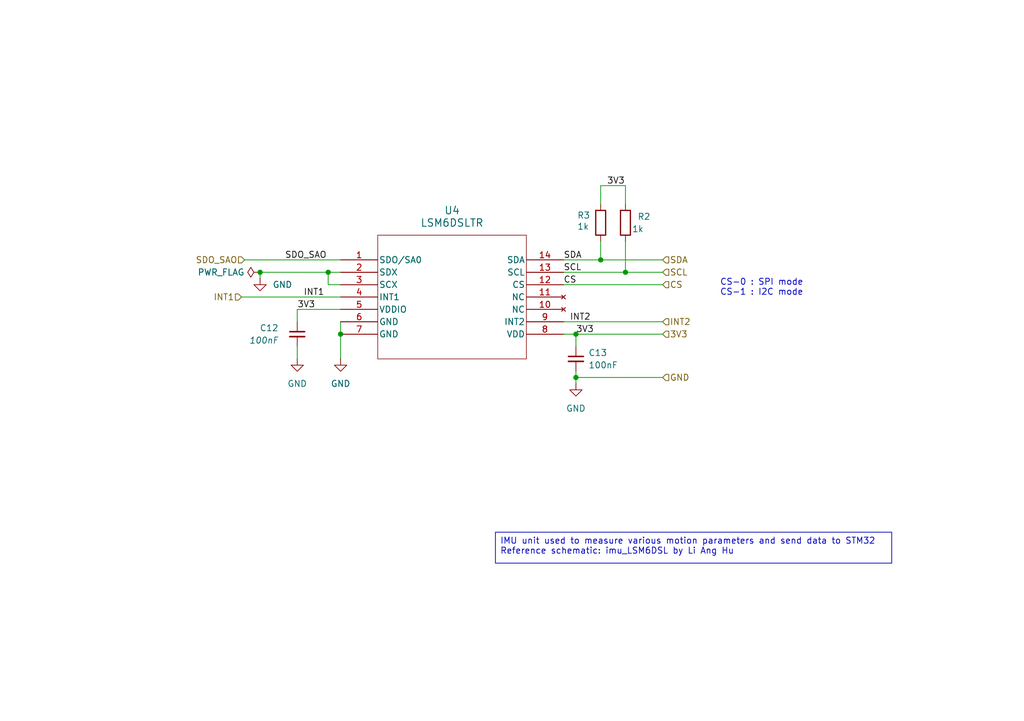
<source format=kicad_sch>
(kicad_sch (version 20231120) (generator "eeschema") (generator_version "8.0")
  (paper "A5")
  (lib_symbols
    (symbol "Device:C_Small" (pin_numbers hide) (pin_names (offset 0.254) hide)
      (property "Reference" "C" (at 0.254 1.778 0))
      (property "Value" "C_Small" (at 0.254 -2.032 0))
      (symbol "C_Small_0_1"
        (polyline (pts (xy -1.524 -0.508) (xy 1.524 -0.508)) (stroke (width 0.3302)))
        (polyline (pts (xy -1.524 0.508) (xy 1.524 0.508)) (stroke (width 0.3048)))
      )
      (symbol "C_Small_1_1"
        (pin passive line (at 0 2.54 270) (length 2.032) (name "~") (number "1"))
        (pin passive line (at 0 -2.54 90) (length 2.032) (name "~") (number "2"))
      )
    )
    (symbol "Device:R" (pin_numbers hide) (pin_names (offset 0))
      (property "Reference" "R" (at 2.032 0 90))
      (property "Value" "R" (at 0 0 90))
      (symbol "R_0_1"
        (rectangle (start -1.016 -2.54) (end 1.016 2.54) (stroke (width 0.254)))
      )
      (symbol "R_1_1"
        (pin passive line (at 0 3.81 270) (length 1.27) (name "~") (number "1"))
        (pin passive line (at 0 -3.81 90) (length 1.27) (name "~") (number "2"))
      )
    )
    (symbol "GND_1" (power) (pin_numbers hide) (pin_names (offset 0) hide)
      (property "Value" "GND" (at 0 -3.81 0))
      (symbol "GND_1_0_1"
        (polyline (pts (xy 0 0) (xy 0 -1.27) (xy 1.27 -1.27) (xy 0 -2.54) (xy -1.27 -1.27) (xy 0 -1.27)))
      )
      (symbol "GND_1_1_1"
        (pin power_in line (at 0 0 270) (length 0) (name "~") (number "1"))
      )
    )
    (symbol "imu:LSM6DSLTR" (pin_names (offset 0.254))
      (property "Reference" "U" (at 22.86 10.16 0))
      (property "Value" "LSM6DSLTR" (at 22.86 7.62 0))
      (symbol "LSM6DSLTR_0_1"
        (polyline (pts (xy 7.62 -20.32) (xy 38.1 -20.32)) (stroke (width 0.127)))
        (polyline (pts (xy 7.62 5.08) (xy 7.62 -20.32)) (stroke (width 0.127)))
        (polyline (pts (xy 38.1 -20.32) (xy 38.1 5.08)) (stroke (width 0.127)))
        (polyline (pts (xy 38.1 5.08) (xy 7.62 5.08)) (stroke (width 0.127)))
        (pin output line (at 0 0 0) (length 7.62) (name "SDO/SA0") (number "1"))
        (pin no_connect line (at 45.72 -10.16 180) (length 7.62) (name "NC") (number "10"))
        (pin no_connect line (at 45.72 -7.62 180) (length 7.62) (name "NC") (number "11"))
        (pin unspecified line (at 45.72 -5.08 180) (length 7.62) (name "CS") (number "12"))
        (pin unspecified line (at 45.72 -2.54 180) (length 7.62) (name "SCL") (number "13"))
        (pin bidirectional line (at 45.72 0 180) (length 7.62) (name "SDA") (number "14"))
        (pin unspecified line (at 0 -2.54 0) (length 7.62) (name "SDX") (number "2"))
        (pin unspecified line (at 0 -5.08 0) (length 7.62) (name "SCX") (number "3"))
        (pin unspecified line (at 0 -7.62 0) (length 7.62) (name "INT1") (number "4"))
        (pin power_in line (at 0 -10.16 0) (length 7.62) (name "VDDIO") (number "5"))
        (pin power_in line (at 0 -12.7 0) (length 7.62) (name "GND") (number "6"))
        (pin power_in line (at 0 -15.24 0) (length 7.62) (name "GND") (number "7"))
        (pin power_in line (at 45.72 -15.24 180) (length 7.62) (name "VDD") (number "8"))
        (pin unspecified line (at 45.72 -12.7 180) (length 7.62) (name "INT2") (number "9"))
      )
    )
    (symbol "power:GND" (power) (pin_numbers hide) (pin_names (offset 0) hide)
      (property "Value" "GND" (at 0 -3.81 0))
      (symbol "GND_0_1"
        (polyline (pts (xy 0 0) (xy 0 -1.27) (xy 1.27 -1.27) (xy 0 -2.54) (xy -1.27 -1.27) (xy 0 -1.27)))
      )
      (symbol "GND_1_1"
        (pin power_in line (at 0 0 270) (length 0) (name "~") (number "1"))
      )
    )
    (symbol "power:PWR_FLAG" (power) (pin_numbers hide) (pin_names (offset 0) hide)
      (property "Value" "PWR_FLAG" (at 0 3.81 0))
      (symbol "PWR_FLAG_0_0"
        (pin power_out line (at 0 0 90) (length 0) (name "~") (number "1"))
      )
      (symbol "PWR_FLAG_0_1"
        (polyline (pts (xy 0 0) (xy 0 1.27) (xy -1.016 1.905) (xy 0 2.54) (xy 1.016 1.905) (xy 0 1.27)))
      )
    )
  )
  (junction (at 118.11 68.58))
  (junction (at 123.19 53.34))
  (junction (at 53.34 55.88))
  (junction (at 69.85 68.58))
  (junction (at 128.27 55.88))
  (junction (at 118.11 77.47))
  (junction (at 67.31 55.88))
  (wire (pts (xy 123.19 38.1) (xy 123.19 41.91)))
  (wire (pts (xy 118.11 68.58) (xy 135.89 68.58)))
  (wire (pts (xy 50.165 53.34) (xy 69.85 53.34)))
  (wire (pts (xy 118.11 78.74) (xy 118.11 77.47)))
  (wire (pts (xy 123.19 49.53) (xy 123.19 53.34)))
  (wire (pts (xy 115.57 66.04) (xy 135.89 66.04)))
  (wire (pts (xy 115.57 58.42) (xy 135.89 58.42)))
  (wire (pts (xy 123.19 38.1) (xy 128.27 38.1)))
  (wire (pts (xy 67.31 55.88) (xy 69.85 55.88)))
  (wire (pts (xy 60.96 63.5) (xy 69.85 63.5)))
  (wire (pts (xy 128.27 49.53) (xy 128.27 55.88)))
  (wire (pts (xy 69.85 68.58) (xy 69.85 73.66)))
  (wire (pts (xy 118.11 77.47) (xy 135.89 77.47)))
  (wire (pts (xy 49.53 60.96) (xy 69.85 60.96)))
  (wire (pts (xy 115.57 55.88) (xy 128.27 55.88)))
  (wire (pts (xy 123.19 53.34) (xy 135.89 53.34)))
  (wire (pts (xy 60.96 71.12) (xy 60.96 73.66)))
  (wire (pts (xy 67.31 58.42) (xy 69.85 58.42)))
  (wire (pts (xy 53.34 55.88) (xy 67.31 55.88)))
  (wire (pts (xy 128.27 41.91) (xy 128.27 38.1)))
  (wire (pts (xy 69.85 66.04) (xy 69.85 68.58)))
  (wire (pts (xy 115.57 53.34) (xy 123.19 53.34)))
  (wire (pts (xy 60.96 63.5) (xy 60.96 66.04)))
  (wire (pts (xy 128.27 55.88) (xy 135.89 55.88)))
  (wire (pts (xy 67.31 55.88) (xy 67.31 58.42)))
  (wire (pts (xy 118.11 71.12) (xy 118.11 68.58)))
  (wire (pts (xy 53.34 55.88) (xy 53.34 57.15)))
  (wire (pts (xy 118.11 68.58) (xy 115.57 68.58)))
  (wire (pts (xy 118.11 77.47) (xy 118.11 76.2)))
  (text_box "IMU unit used to measure various motion parameters and send data to STM32\nReference schematic: imu_LSM6DSL by Li Ang Hu" (at 101.6 109.22 0) (size 81.28 6.35) (effects (font (size 1.27 1.27)) (justify left top)))
  (text "CS-0 : SPI mode\nCS-1 : I2C mode" (at 156.21 59.055 0) (effects (font (size 1.27 1.27))))
  (label "3V3" (at 118.11 68.58 0))
  (label "INT2" (at 116.84 66.04 0))
  (label "3V3" (at 124.46 38.1 0))
  (label "SDO_SAO" (at 58.42 53.34 0))
  (label "SCL" (at 115.57 55.88 0))
  (label "3V3" (at 60.96 63.5 0))
  (label "SDA" (at 115.57 53.34 0))
  (label "INT1" (at 62.23 60.96 0))
  (label "CS" (at 115.57 58.42 0))
  (hierarchical_label "CS" (shape input) (at 135.89 58.42 0))
  (hierarchical_label "INT2" (shape input) (at 135.89 66.04 0))
  (hierarchical_label "SDO_SAO" (shape input) (at 50.165 53.34 180))
  (hierarchical_label "INT1" (shape input) (at 49.53 60.96 180))
  (hierarchical_label "SCL" (shape input) (at 135.89 55.88 0))
  (hierarchical_label "3V3" (shape input) (at 135.89 68.58 0))
  (hierarchical_label "SDA" (shape input) (at 135.89 53.34 0))
  (hierarchical_label "GND" (shape input) (at 135.89 77.47 0))
  (symbol (lib_id "Device:C_Small") (at 60.96 68.58 0) (mirror y) (unit 1)
    (property "Reference" "C12" (at 57.15 67.31 0) (effects (justify left)))
    (property "Value" "100nF" (at 57.15 69.85 0) (effects (font (italic yes)) (justify left)))
    (property "Footprint" "Capacitor_SMD:C_0402_1005Metric" (effects (hide yes)))
    (property "Description" "MFR.Part # CL05B104KB54PNC JLCPCB Part # C307331" (effects (hide yes)))
  )
  (symbol (lib_name "GND_1") (lib_id "power:GND") (at 53.34 57.15 0) (unit 1)
    (property "Reference" "#PWR015" (effects (hide yes)))
    (property "Value" "GND" (at 55.88 58.4199 0) (effects (justify left)))
    (property "Description" "Power symbol creates a global label with name \"GND\" , ground" (effects (hide yes)))
  )
  (symbol (lib_id "power:GND") (at 60.96 73.66 0) (unit 1)
    (property "Reference" "#PWR016" (effects (hide yes)))
    (property "Value" "GND" (at 60.96 78.74 0))
    (property "Description" "Power symbol creates a global label with name \"GND\" , ground" (effects (hide yes)))
  )
  (symbol (lib_id "imu:LSM6DSLTR") (at 69.85 53.34 0) (unit 1)
    (property "Reference" "U4" (at 92.71 43.18 0) (effects (font (size 1.524 1.524))))
    (property "Value" "LSM6DSLTR" (at 92.71 45.72 0) (effects (font (size 1.524 1.524))))
    (property "Footprint" "Package_LGA:LGA-14_3x2.5mm_P0.5mm_LayoutBorder3x4y" (effects (hide yes)))
    (property "Datasheet" "LSM6DSLTR" (effects (hide yes)))
    (property "Description" "MFR.Part # LSM6DSLTR JLCPCB Part # C126672" (effects (hide yes)))
  )
  (symbol (lib_id "power:GND") (at 69.85 73.66 0) (unit 1)
    (property "Reference" "#PWR017" (effects (hide yes)))
    (property "Value" "GND" (at 69.85 78.74 0))
    (property "Description" "Power symbol creates a global label with name \"GND\" , ground" (effects (hide yes)))
  )
  (symbol (lib_id "power:PWR_FLAG") (at 53.34 55.88 90) (unit 1)
    (property "Reference" "#FLG04" (effects (hide yes)))
    (property "Value" "PWR_FLAG" (at 50.165 55.8799 90) (effects (justify left)))
    (property "Description" "Special symbol for telling ERC where power comes from" (effects (hide yes)))
  )
  (symbol (lib_id "Device:C_Small") (at 118.11 73.66 0) (unit 1)
    (property "Reference" "C13" (at 120.65 72.3962 0) (effects (justify left)))
    (property "Value" "100nF" (at 120.65 74.9362 0) (effects (justify left)))
    (property "Footprint" "Capacitor_SMD:C_0402_1005Metric" (effects (hide yes)))
    (property "Description" "MFR.Part # CL05B104KB54PNC JLCPCB Part # C307331" (effects (hide yes)))
  )
  (symbol (lib_id "Device:R") (at 123.19 45.72 0) (unit 1)
    (property "Reference" "R3" (at 118.364 44.196 0) (effects (justify left)))
    (property "Value" "1k" (at 118.364 46.482 0) (effects (justify left)))
    (property "Footprint" "Resistor_SMD:R_0603_1608Metric" (effects (hide yes)))
    (property "Description" "MFR.Part # 0603WAF1001T5E JLCPCB Part # C21190" (effects (hide yes)))
  )
  (symbol (lib_id "Device:R") (at 128.27 45.72 0) (unit 1)
    (property "Reference" "R2" (at 132.08 44.45 0))
    (property "Value" "1k" (at 130.81 46.99 0))
    (property "Footprint" "Resistor_SMD:R_0603_1608Metric" (effects (hide yes)))
    (property "Description" "MFR.Part # 0603WAF1001T5E JLCPCB Part # C21190" (effects (hide yes)))
  )
  (symbol (lib_id "power:GND") (at 118.11 78.74 0) (unit 1)
    (property "Reference" "#PWR018" (effects (hide yes)))
    (property "Value" "GND" (at 118.11 83.82 0))
    (property "Description" "Power symbol creates a global label with name \"GND\" , ground" (effects (hide yes)))
  )
)
</source>
